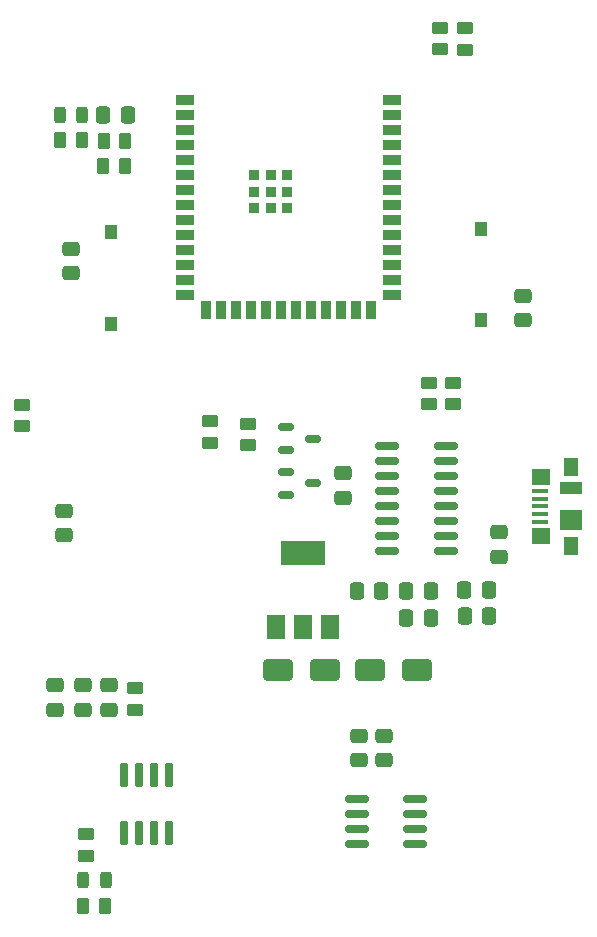
<source format=gbr>
%TF.GenerationSoftware,KiCad,Pcbnew,7.0.6*%
%TF.CreationDate,2024-05-05T09:17:33-05:00*%
%TF.ProjectId,BOARD_ESP32_S3,424f4152-445f-4455-9350-33325f53332e,rev?*%
%TF.SameCoordinates,Original*%
%TF.FileFunction,Paste,Top*%
%TF.FilePolarity,Positive*%
%FSLAX46Y46*%
G04 Gerber Fmt 4.6, Leading zero omitted, Abs format (unit mm)*
G04 Created by KiCad (PCBNEW 7.0.6) date 2024-05-05 09:17:33*
%MOMM*%
%LPD*%
G01*
G04 APERTURE LIST*
G04 Aperture macros list*
%AMRoundRect*
0 Rectangle with rounded corners*
0 $1 Rounding radius*
0 $2 $3 $4 $5 $6 $7 $8 $9 X,Y pos of 4 corners*
0 Add a 4 corners polygon primitive as box body*
4,1,4,$2,$3,$4,$5,$6,$7,$8,$9,$2,$3,0*
0 Add four circle primitives for the rounded corners*
1,1,$1+$1,$2,$3*
1,1,$1+$1,$4,$5*
1,1,$1+$1,$6,$7*
1,1,$1+$1,$8,$9*
0 Add four rect primitives between the rounded corners*
20,1,$1+$1,$2,$3,$4,$5,0*
20,1,$1+$1,$4,$5,$6,$7,0*
20,1,$1+$1,$6,$7,$8,$9,0*
20,1,$1+$1,$8,$9,$2,$3,0*%
G04 Aperture macros list end*
%ADD10R,1.500000X2.000000*%
%ADD11R,3.800000X2.000000*%
%ADD12RoundRect,0.243750X0.243750X0.456250X-0.243750X0.456250X-0.243750X-0.456250X0.243750X-0.456250X0*%
%ADD13RoundRect,0.250000X-1.000000X-0.650000X1.000000X-0.650000X1.000000X0.650000X-1.000000X0.650000X0*%
%ADD14RoundRect,0.243750X-0.243750X-0.456250X0.243750X-0.456250X0.243750X0.456250X-0.243750X0.456250X0*%
%ADD15RoundRect,0.250000X0.450000X-0.262500X0.450000X0.262500X-0.450000X0.262500X-0.450000X-0.262500X0*%
%ADD16RoundRect,0.042000X0.258000X-0.943000X0.258000X0.943000X-0.258000X0.943000X-0.258000X-0.943000X0*%
%ADD17RoundRect,0.250000X-0.475000X0.337500X-0.475000X-0.337500X0.475000X-0.337500X0.475000X0.337500X0*%
%ADD18RoundRect,0.250000X-0.450000X0.262500X-0.450000X-0.262500X0.450000X-0.262500X0.450000X0.262500X0*%
%ADD19R,1.500000X0.900000*%
%ADD20R,0.900000X1.500000*%
%ADD21R,0.900000X0.900000*%
%ADD22RoundRect,0.250000X0.337500X0.475000X-0.337500X0.475000X-0.337500X-0.475000X0.337500X-0.475000X0*%
%ADD23RoundRect,0.150000X-0.512500X-0.150000X0.512500X-0.150000X0.512500X0.150000X-0.512500X0.150000X0*%
%ADD24R,1.000000X1.250000*%
%ADD25R,1.380000X0.450000*%
%ADD26R,1.300000X1.650000*%
%ADD27R,1.550000X1.425000*%
%ADD28R,1.900000X1.800000*%
%ADD29R,1.900000X1.000000*%
%ADD30RoundRect,0.250000X0.475000X-0.337500X0.475000X0.337500X-0.475000X0.337500X-0.475000X-0.337500X0*%
%ADD31RoundRect,0.150000X0.825000X0.150000X-0.825000X0.150000X-0.825000X-0.150000X0.825000X-0.150000X0*%
%ADD32RoundRect,0.250000X0.262500X0.450000X-0.262500X0.450000X-0.262500X-0.450000X0.262500X-0.450000X0*%
%ADD33RoundRect,0.250000X-0.262500X-0.450000X0.262500X-0.450000X0.262500X0.450000X-0.262500X0.450000X0*%
%ADD34RoundRect,0.250000X-0.337500X-0.475000X0.337500X-0.475000X0.337500X0.475000X-0.337500X0.475000X0*%
G04 APERTURE END LIST*
D10*
%TO.C,U3*%
X171817000Y-85928600D03*
X174117000Y-85928600D03*
D11*
X174117000Y-79628600D03*
D10*
X176417000Y-85928600D03*
%TD*%
D12*
%TO.C,D4*%
X157424600Y-107315000D03*
X155549600Y-107315000D03*
%TD*%
D13*
%TO.C,D2*%
X179813200Y-89535000D03*
X183813200Y-89535000D03*
%TD*%
D14*
%TO.C,D3*%
X153596100Y-42519600D03*
X155471100Y-42519600D03*
%TD*%
D15*
%TO.C,R10*%
X150393400Y-68882900D03*
X150393400Y-67057900D03*
%TD*%
D16*
%TO.C,U6*%
X159004000Y-103378000D03*
X160274000Y-103378000D03*
X161544000Y-103378000D03*
X162814000Y-103378000D03*
X162814000Y-98438000D03*
X161544000Y-98438000D03*
X160274000Y-98438000D03*
X159004000Y-98438000D03*
%TD*%
D17*
%TO.C,C6*%
X192786000Y-57869000D03*
X192786000Y-59944000D03*
%TD*%
%TO.C,C16*%
X157734000Y-90808900D03*
X157734000Y-92883900D03*
%TD*%
D18*
%TO.C,R13*%
X159918400Y-91088200D03*
X159918400Y-92913200D03*
%TD*%
D15*
%TO.C,R14*%
X155803600Y-105257600D03*
X155803600Y-103432600D03*
%TD*%
D19*
%TO.C,U1*%
X164147800Y-41302200D03*
X164147800Y-42572200D03*
X164147800Y-43842200D03*
X164147800Y-45112200D03*
X164147800Y-46382200D03*
X164147800Y-47652200D03*
X164147800Y-48922200D03*
X164147800Y-50192200D03*
X164147800Y-51462200D03*
X164147800Y-52732200D03*
X164147800Y-54002200D03*
X164147800Y-55272200D03*
X164147800Y-56542200D03*
X164147800Y-57812200D03*
D20*
X165912800Y-59062200D03*
X167182800Y-59062200D03*
X168452800Y-59062200D03*
X169722800Y-59062200D03*
X170992800Y-59062200D03*
X172262800Y-59062200D03*
X173532800Y-59062200D03*
X174802800Y-59062200D03*
X176072800Y-59062200D03*
X177342800Y-59062200D03*
X178612800Y-59062200D03*
X179882800Y-59062200D03*
D19*
X181647800Y-57812200D03*
X181647800Y-56542200D03*
X181647800Y-55272200D03*
X181647800Y-54002200D03*
X181647800Y-52732200D03*
X181647800Y-51462200D03*
X181647800Y-50192200D03*
X181647800Y-48922200D03*
X181647800Y-47652200D03*
X181647800Y-46382200D03*
X181647800Y-45112200D03*
X181647800Y-43842200D03*
X181647800Y-42572200D03*
X181647800Y-41302200D03*
D21*
X169997800Y-47622200D03*
X169997800Y-49022200D03*
X169997800Y-50422200D03*
X169997800Y-50422200D03*
X171397800Y-47622200D03*
X171397800Y-47622200D03*
X171397800Y-49022200D03*
X171397800Y-50422200D03*
X172797800Y-47622200D03*
X172797800Y-49022200D03*
X172797800Y-50422200D03*
%TD*%
D22*
%TO.C,C8*%
X159312700Y-42545000D03*
X157237700Y-42545000D03*
%TD*%
D15*
%TO.C,R2*%
X186842400Y-67028700D03*
X186842400Y-65203700D03*
%TD*%
D23*
%TO.C,Q1*%
X172700100Y-72786200D03*
X172700100Y-74686200D03*
X174975100Y-73736200D03*
%TD*%
D24*
%TO.C,RESET1*%
X157886400Y-60212200D03*
X157886400Y-52462200D03*
%TD*%
D18*
%TO.C,R4*%
X169468800Y-68683500D03*
X169468800Y-70508500D03*
%TD*%
D17*
%TO.C,C15*%
X155498800Y-90808900D03*
X155498800Y-92883900D03*
%TD*%
D25*
%TO.C,USB*%
X194208400Y-76987400D03*
X194208400Y-76337400D03*
X194208400Y-75687400D03*
X194208400Y-75037400D03*
X194208400Y-74387400D03*
D26*
X196868400Y-79062400D03*
D27*
X194293400Y-78174900D03*
D28*
X196868400Y-76837400D03*
D29*
X196868400Y-74137400D03*
D27*
X194293400Y-73199900D03*
D26*
X196868400Y-72312400D03*
%TD*%
D30*
%TO.C,C7*%
X177546000Y-74951500D03*
X177546000Y-72876500D03*
%TD*%
D24*
%TO.C,BOOT1*%
X189230000Y-52194000D03*
X189230000Y-59944000D03*
%TD*%
D17*
%TO.C,C11*%
X153949400Y-76055400D03*
X153949400Y-78130400D03*
%TD*%
D15*
%TO.C,R5*%
X166293800Y-70305300D03*
X166293800Y-68480300D03*
%TD*%
D18*
%TO.C,R12*%
X185724800Y-35155500D03*
X185724800Y-36980500D03*
%TD*%
D31*
%TO.C,U2*%
X186244000Y-79451200D03*
X186244000Y-78181200D03*
X186244000Y-76911200D03*
X186244000Y-75641200D03*
X186244000Y-74371200D03*
X186244000Y-73101200D03*
X186244000Y-71831200D03*
X186244000Y-70561200D03*
X181294000Y-70561200D03*
X181294000Y-71831200D03*
X181294000Y-73101200D03*
X181294000Y-74371200D03*
X181294000Y-75641200D03*
X181294000Y-76911200D03*
X181294000Y-78181200D03*
X181294000Y-79451200D03*
%TD*%
D22*
%TO.C,C4*%
X184958900Y-82829400D03*
X182883900Y-82829400D03*
%TD*%
D30*
%TO.C,C13*%
X178917600Y-97176500D03*
X178917600Y-95101500D03*
%TD*%
D17*
%TO.C,C14*%
X181000400Y-95101500D03*
X181000400Y-97176500D03*
%TD*%
D32*
%TO.C,R7*%
X159060700Y-46837600D03*
X157235700Y-46837600D03*
%TD*%
D33*
%TO.C,R15*%
X155549600Y-109550200D03*
X157374600Y-109550200D03*
%TD*%
D23*
%TO.C,Q2*%
X172674700Y-69001600D03*
X172674700Y-70901600D03*
X174949700Y-69951600D03*
%TD*%
D32*
%TO.C,R3*%
X155395300Y-44704000D03*
X153570300Y-44704000D03*
%TD*%
D22*
%TO.C,C3*%
X189911900Y-84988400D03*
X187836900Y-84988400D03*
%TD*%
D15*
%TO.C,R1*%
X184785000Y-67028700D03*
X184785000Y-65203700D03*
%TD*%
D33*
%TO.C,R6*%
X157261100Y-44729400D03*
X159086100Y-44729400D03*
%TD*%
D17*
%TO.C,C12*%
X153187400Y-90830400D03*
X153187400Y-92905400D03*
%TD*%
D13*
%TO.C,D1*%
X172022000Y-89535000D03*
X176022000Y-89535000D03*
%TD*%
D34*
%TO.C,C9*%
X178692900Y-82829400D03*
X180767900Y-82829400D03*
%TD*%
D15*
%TO.C,R11*%
X187858400Y-37031300D03*
X187858400Y-35206300D03*
%TD*%
D22*
%TO.C,C2*%
X189890400Y-82753200D03*
X187815400Y-82753200D03*
%TD*%
D30*
%TO.C,C1*%
X190779400Y-79929900D03*
X190779400Y-77854900D03*
%TD*%
D31*
%TO.C,U5*%
X183627800Y-104241600D03*
X183627800Y-102971600D03*
X183627800Y-101701600D03*
X183627800Y-100431600D03*
X178677800Y-100431600D03*
X178677800Y-101701600D03*
X178677800Y-102971600D03*
X178677800Y-104241600D03*
%TD*%
D22*
%TO.C,C5*%
X184958900Y-85115400D03*
X182883900Y-85115400D03*
%TD*%
D30*
%TO.C,C10*%
X154482800Y-55926900D03*
X154482800Y-53851900D03*
%TD*%
M02*

</source>
